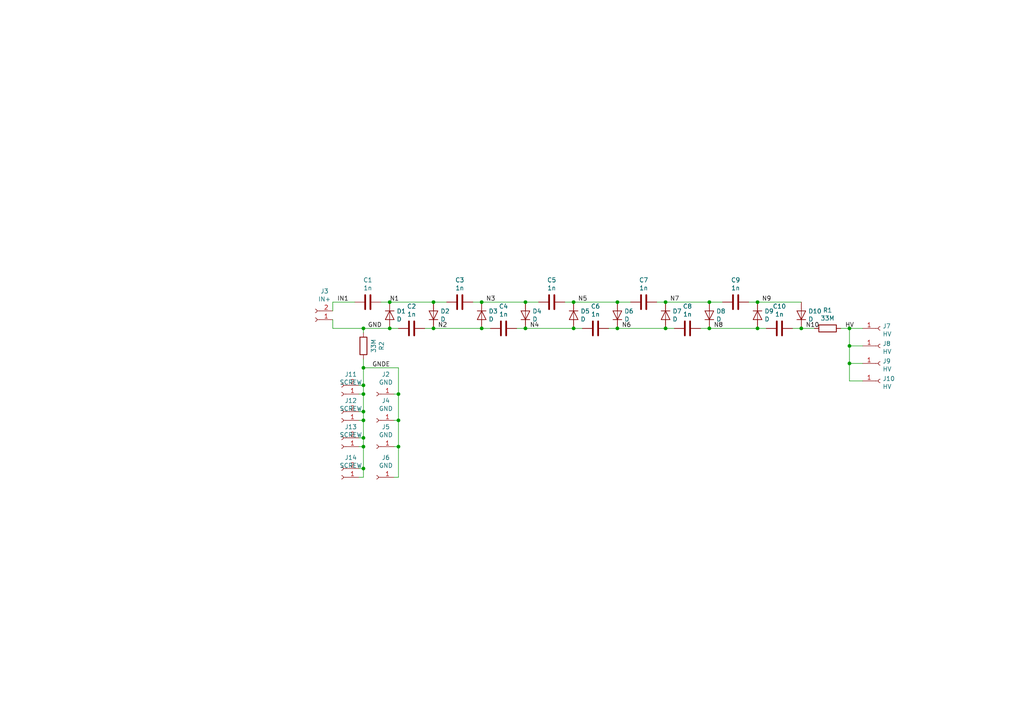
<source format=kicad_sch>
(kicad_sch (version 20211123) (generator eeschema)
  (paper "A4")
  (lib_symbols
    (symbol "Connector:Conn_01x01_Female" (pin_names (offset 1.016) hide)
      (property "Reference" "J" (at 0 2.54 0))
      (property "Value" "Conn_01x01_Female" (at 0 -2.54 0))
      (symbol "Conn_01x01_Female_1_1"
        (polyline (pts (xy -1.27 0) (xy -0.508 0)) (stroke (width 0.1524)))
        (arc (start 0 0.508) (mid -0.508 0) (end 0 -0.508) (stroke (width 0.1524)))
        (pin passive line (at -5.08 0 0) (length 3.81) (name "Pin_1") (number "1"))
      )
    )
    (symbol "Connector:Conn_01x02_Female" (pin_names (offset 1.016) hide)
      (property "Reference" "J" (at 0 2.54 0))
      (property "Value" "Conn_01x02_Female" (at 0 -5.08 0))
      (symbol "Conn_01x02_Female_1_1"
        (arc (start 0 -2.032) (mid -0.508 -2.54) (end 0 -3.048) (stroke (width 0.1524)))
        (polyline (pts (xy -1.27 -2.54) (xy -0.508 -2.54)) (stroke (width 0.1524)))
        (polyline (pts (xy -1.27 0) (xy -0.508 0)) (stroke (width 0.1524)))
        (arc (start 0 0.508) (mid -0.508 0) (end 0 -0.508) (stroke (width 0.1524)))
        (pin passive line (at -5.08 0 0) (length 3.81) (name "Pin_1") (number "1"))
        (pin passive line (at -5.08 -2.54 0) (length 3.81) (name "Pin_2") (number "2"))
      )
    )
    (symbol "Device:C" (pin_numbers hide) (pin_names (offset 0.254))
      (property "Reference" "C" (at 0.635 2.54 0))
      (property "Value" "C" (at 0.635 -2.54 0))
      (symbol "C_0_1"
        (polyline (pts (xy -2.032 -0.762) (xy 2.032 -0.762)) (stroke (width 0.508)))
        (polyline (pts (xy -2.032 0.762) (xy 2.032 0.762)) (stroke (width 0.508)))
      )
      (symbol "C_1_1"
        (pin passive line (at 0 3.81 270) (length 2.794) (name "~") (number "1"))
        (pin passive line (at 0 -3.81 90) (length 2.794) (name "~") (number "2"))
      )
    )
    (symbol "Device:D" (pin_numbers hide) (pin_names (offset 1.016) hide)
      (property "Reference" "D" (at 0 2.54 0))
      (property "Value" "D" (at 0 -2.54 0))
      (symbol "D_0_1"
        (polyline (pts (xy -1.27 1.27) (xy -1.27 -1.27)) (stroke (width 0.2032)))
        (polyline (pts (xy 1.27 0) (xy -1.27 0)))
        (polyline (pts (xy 1.27 1.27) (xy 1.27 -1.27) (xy -1.27 0) (xy 1.27 1.27)) (stroke (width 0.2032)))
      )
      (symbol "D_1_1"
        (pin passive line (at -3.81 0 0) (length 2.54) (name "K") (number "1"))
        (pin passive line (at 3.81 0 180) (length 2.54) (name "A") (number "2"))
      )
    )
    (symbol "Device:R" (pin_numbers hide) (pin_names (offset 0))
      (property "Reference" "R" (at 2.032 0 90))
      (property "Value" "R" (at 0 0 90))
      (symbol "R_0_1"
        (rectangle (start -1.016 -2.54) (end 1.016 2.54) (stroke (width 0.254)))
      )
      (symbol "R_1_1"
        (pin passive line (at 0 3.81 270) (length 1.27) (name "~") (number "1"))
        (pin passive line (at 0 -3.81 90) (length 1.27) (name "~") (number "2"))
      )
    )
  )
  (junction (at 152.4 87.63))
  (junction (at 179.07 87.63))
  (junction (at 152.4 95.25))
  (junction (at 166.37 87.63))
  (junction (at 105.41 121.92))
  (junction (at 105.41 95.25))
  (junction (at 166.37 95.25))
  (junction (at 105.41 114.3))
  (junction (at 113.03 87.63))
  (junction (at 105.41 127))
  (junction (at 125.73 87.63))
  (junction (at 193.04 87.63))
  (junction (at 232.41 95.25))
  (junction (at 105.41 119.38))
  (junction (at 219.71 95.25))
  (junction (at 205.74 95.25))
  (junction (at 125.73 95.25))
  (junction (at 139.7 87.63))
  (junction (at 105.41 129.54))
  (junction (at 105.41 135.89))
  (junction (at 246.38 95.25))
  (junction (at 115.57 129.54))
  (junction (at 113.03 95.25))
  (junction (at 179.07 95.25))
  (junction (at 246.38 105.41))
  (junction (at 246.38 100.33))
  (junction (at 219.71 87.63))
  (junction (at 105.41 106.68))
  (junction (at 205.74 87.63))
  (junction (at 105.41 111.76))
  (junction (at 115.57 121.92))
  (junction (at 115.57 114.3))
  (junction (at 193.04 95.25))
  (junction (at 139.7 95.25))
  (wire (pts (xy 114.3 121.92) (xy 115.57 121.92)))
  (wire (pts (xy 105.41 127) (xy 105.41 121.92)))
  (wire (pts (xy 115.57 95.25) (xy 113.03 95.25)))
  (wire (pts (xy 114.3 138.43) (xy 115.57 138.43)))
  (wire (pts (xy 205.74 95.25) (xy 203.2 95.25)))
  (wire (pts (xy 104.14 129.54) (xy 105.41 129.54)))
  (wire (pts (xy 205.74 95.25) (xy 219.71 95.25)))
  (wire (pts (xy 243.84 95.25) (xy 246.38 95.25)))
  (wire (pts (xy 168.91 95.25) (xy 166.37 95.25)))
  (wire (pts (xy 250.19 105.41) (xy 246.38 105.41)))
  (wire (pts (xy 152.4 87.63) (xy 156.21 87.63)))
  (wire (pts (xy 250.19 110.49) (xy 246.38 110.49)))
  (wire (pts (xy 115.57 114.3) (xy 115.57 121.92)))
  (wire (pts (xy 105.41 96.52) (xy 105.41 95.25)))
  (wire (pts (xy 246.38 110.49) (xy 246.38 105.41)))
  (wire (pts (xy 105.41 129.54) (xy 105.41 127)))
  (wire (pts (xy 246.38 105.41) (xy 246.38 100.33)))
  (wire (pts (xy 104.14 111.76) (xy 105.41 111.76)))
  (wire (pts (xy 115.57 106.68) (xy 115.57 114.3)))
  (wire (pts (xy 139.7 87.63) (xy 152.4 87.63)))
  (wire (pts (xy 195.58 95.25) (xy 193.04 95.25)))
  (wire (pts (xy 142.24 95.25) (xy 139.7 95.25)))
  (wire (pts (xy 236.22 95.25) (xy 232.41 95.25)))
  (wire (pts (xy 105.41 111.76) (xy 105.41 114.3)))
  (wire (pts (xy 115.57 129.54) (xy 115.57 138.43)))
  (wire (pts (xy 105.41 138.43) (xy 105.41 135.89)))
  (wire (pts (xy 250.19 100.33) (xy 246.38 100.33)))
  (wire (pts (xy 152.4 95.25) (xy 166.37 95.25)))
  (wire (pts (xy 232.41 95.25) (xy 229.87 95.25)))
  (wire (pts (xy 105.41 135.89) (xy 105.41 129.54)))
  (wire (pts (xy 96.52 92.71) (xy 96.52 95.25)))
  (wire (pts (xy 205.74 87.63) (xy 209.55 87.63)))
  (wire (pts (xy 125.73 95.25) (xy 123.19 95.25)))
  (wire (pts (xy 104.14 127) (xy 105.41 127)))
  (wire (pts (xy 104.14 138.43) (xy 105.41 138.43)))
  (wire (pts (xy 246.38 95.25) (xy 250.19 95.25)))
  (wire (pts (xy 105.41 121.92) (xy 105.41 119.38)))
  (wire (pts (xy 246.38 100.33) (xy 246.38 95.25)))
  (wire (pts (xy 163.83 87.63) (xy 166.37 87.63)))
  (wire (pts (xy 179.07 87.63) (xy 182.88 87.63)))
  (wire (pts (xy 96.52 95.25) (xy 105.41 95.25)))
  (wire (pts (xy 96.52 90.17) (xy 96.52 87.63)))
  (wire (pts (xy 104.14 114.3) (xy 105.41 114.3)))
  (wire (pts (xy 113.03 87.63) (xy 125.73 87.63)))
  (wire (pts (xy 137.16 87.63) (xy 139.7 87.63)))
  (wire (pts (xy 115.57 121.92) (xy 115.57 129.54)))
  (wire (pts (xy 104.14 135.89) (xy 105.41 135.89)))
  (wire (pts (xy 104.14 121.92) (xy 105.41 121.92)))
  (wire (pts (xy 217.17 87.63) (xy 219.71 87.63)))
  (wire (pts (xy 115.57 106.68) (xy 105.41 106.68)))
  (wire (pts (xy 222.25 95.25) (xy 219.71 95.25)))
  (wire (pts (xy 125.73 95.25) (xy 139.7 95.25)))
  (wire (pts (xy 114.3 129.54) (xy 115.57 129.54)))
  (wire (pts (xy 179.07 95.25) (xy 193.04 95.25)))
  (wire (pts (xy 125.73 87.63) (xy 129.54 87.63)))
  (wire (pts (xy 102.87 87.63) (xy 96.52 87.63)))
  (wire (pts (xy 105.41 106.68) (xy 105.41 111.76)))
  (wire (pts (xy 115.57 114.3) (xy 114.3 114.3)))
  (wire (pts (xy 104.14 119.38) (xy 105.41 119.38)))
  (wire (pts (xy 105.41 95.25) (xy 113.03 95.25)))
  (wire (pts (xy 105.41 104.14) (xy 105.41 106.68)))
  (wire (pts (xy 166.37 87.63) (xy 179.07 87.63)))
  (wire (pts (xy 152.4 95.25) (xy 149.86 95.25)))
  (wire (pts (xy 105.41 119.38) (xy 105.41 114.3)))
  (wire (pts (xy 110.49 87.63) (xy 113.03 87.63)))
  (wire (pts (xy 193.04 87.63) (xy 205.74 87.63)))
  (wire (pts (xy 219.71 87.63) (xy 232.41 87.63)))
  (wire (pts (xy 190.5 87.63) (xy 193.04 87.63)))
  (wire (pts (xy 179.07 95.25) (xy 176.53 95.25)))
  (label "N5" (at 167.64 87.63 0))
  (label "IN1" (at 97.79 87.63 0))
  (label "N8" (at 207.01 95.25 0))
  (label "N10" (at 233.68 95.25 0))
  (label "N2" (at 127 95.25 0))
  (label "N9" (at 220.98 87.63 0))
  (label "HV" (at 245.11 95.25 0))
  (label "N1" (at 113.03 87.63 0))
  (label "N7" (at 194.31 87.63 0))
  (label "N3" (at 140.97 87.63 0))
  (label "GND" (at 106.68 95.25 0))
  (label "N4" (at 153.67 95.25 0))
  (label "N6" (at 180.34 95.25 0))
  (label "GNDE" (at 107.95 106.68 0))
  (symbol (lib_id "Device:C") (at 106.68 87.63 270) (unit 1)
    (property "Reference" "C1" (at 106.68 81.2292 90))
    (property "Value" "1n" (at 106.68 83.5406 90))
    (property "Footprint" "Capacitor_SMD:C_1812_4532Metric" (effects hide))
  )
  (symbol (lib_id "Device:D") (at 113.03 91.44 270) (unit 1)
    (property "Reference" "D1" (at 115.0366 90.2716 90) (effects (justify left)))
    (property "Value" "D" (at 115.0366 92.583 90) (effects (justify left)))
    (property "Footprint" "otter:SMAF" (effects hide))
  )
  (symbol (lib_id "Device:R") (at 240.03 95.25 270) (unit 1)
    (property "Reference" "R1" (at 240.03 89.9922 90))
    (property "Value" "33M" (at 240.03 92.3036 90))
    (property "Footprint" "Resistor_SMD:R_2512_6332Metric" (effects hide))
  )
  (symbol (lib_id "Device:C") (at 119.38 95.25 270) (unit 1)
    (property "Reference" "C2" (at 119.38 88.8492 90))
    (property "Value" "1n" (at 119.38 91.1606 90))
    (property "Footprint" "Capacitor_SMD:C_1812_4532Metric" (effects hide))
  )
  (symbol (lib_id "Device:D") (at 125.73 91.44 90) (unit 1)
    (property "Reference" "D2" (at 127.7366 90.2716 90) (effects (justify right)))
    (property "Value" "D" (at 127.7366 92.583 90) (effects (justify right)))
    (property "Footprint" "otter:SMAF" (effects hide))
  )
  (symbol (lib_id "Device:C") (at 133.35 87.63 270) (unit 1)
    (property "Reference" "C3" (at 133.35 81.2292 90))
    (property "Value" "1n" (at 133.35 83.5406 90))
    (property "Footprint" "Capacitor_SMD:C_1812_4532Metric" (effects hide))
  )
  (symbol (lib_id "Device:D") (at 139.7 91.44 270) (unit 1)
    (property "Reference" "D3" (at 141.7066 90.2716 90) (effects (justify left)))
    (property "Value" "D" (at 141.7066 92.583 90) (effects (justify left)))
    (property "Footprint" "otter:SMAF" (effects hide))
  )
  (symbol (lib_id "Device:C") (at 146.05 95.25 270) (unit 1)
    (property "Reference" "C4" (at 146.05 88.8492 90))
    (property "Value" "1n" (at 146.05 91.1606 90))
    (property "Footprint" "Capacitor_SMD:C_1812_4532Metric" (effects hide))
  )
  (symbol (lib_id "Device:D") (at 152.4 91.44 90) (unit 1)
    (property "Reference" "D4" (at 154.4066 90.2716 90) (effects (justify right)))
    (property "Value" "D" (at 154.4066 92.583 90) (effects (justify right)))
    (property "Footprint" "otter:SMAF" (effects hide))
  )
  (symbol (lib_id "Device:C") (at 160.02 87.63 270) (unit 1)
    (property "Reference" "C5" (at 160.02 81.2292 90))
    (property "Value" "1n" (at 160.02 83.5406 90))
    (property "Footprint" "Capacitor_SMD:C_1812_4532Metric" (effects hide))
  )
  (symbol (lib_id "Device:D") (at 166.37 91.44 270) (unit 1)
    (property "Reference" "D5" (at 168.3766 90.2716 90) (effects (justify left)))
    (property "Value" "D" (at 168.3766 92.583 90) (effects (justify left)))
    (property "Footprint" "otter:SMAF" (effects hide))
  )
  (symbol (lib_id "Device:C") (at 172.72 95.25 270) (unit 1)
    (property "Reference" "C6" (at 172.72 88.8492 90))
    (property "Value" "1n" (at 172.72 91.1606 90))
    (property "Footprint" "Capacitor_SMD:C_1812_4532Metric" (effects hide))
  )
  (symbol (lib_id "Device:D") (at 179.07 91.44 90) (unit 1)
    (property "Reference" "D6" (at 181.0766 90.2716 90) (effects (justify right)))
    (property "Value" "D" (at 181.0766 92.583 90) (effects (justify right)))
    (property "Footprint" "otter:SMAF" (effects hide))
  )
  (symbol (lib_id "Device:C") (at 186.69 87.63 270) (unit 1)
    (property "Reference" "C7" (at 186.69 81.2292 90))
    (property "Value" "1n" (at 186.69 83.5406 90))
    (property "Footprint" "Capacitor_SMD:C_1812_4532Metric" (effects hide))
  )
  (symbol (lib_id "Device:D") (at 193.04 91.44 270) (unit 1)
    (property "Reference" "D7" (at 195.0466 90.2716 90) (effects (justify left)))
    (property "Value" "D" (at 195.0466 92.583 90) (effects (justify left)))
    (property "Footprint" "otter:SMAF" (effects hide))
  )
  (symbol (lib_id "Device:C") (at 199.39 95.25 270) (unit 1)
    (property "Reference" "C8" (at 199.39 88.8492 90))
    (property "Value" "1n" (at 199.39 91.1606 90))
    (property "Footprint" "Capacitor_SMD:C_1812_4532Metric" (effects hide))
  )
  (symbol (lib_id "Device:D") (at 205.74 91.44 90) (unit 1)
    (property "Reference" "D8" (at 207.7466 90.2716 90) (effects (justify right)))
    (property "Value" "D" (at 207.7466 92.583 90) (effects (justify right)))
    (property "Footprint" "otter:SMAF" (effects hide))
  )
  (symbol (lib_id "Device:C") (at 213.36 87.63 270) (unit 1)
    (property "Reference" "C9" (at 213.36 81.2292 90))
    (property "Value" "1n" (at 213.36 83.5406 90))
    (property "Footprint" "Capacitor_SMD:C_1812_4532Metric" (effects hide))
  )
  (symbol (lib_id "Device:D") (at 219.71 91.44 270) (unit 1)
    (property "Reference" "D9" (at 221.7166 90.2716 90) (effects (justify left)))
    (property "Value" "D" (at 221.7166 92.583 90) (effects (justify left)))
    (property "Footprint" "otter:SMAF" (effects hide))
  )
  (symbol (lib_id "Device:C") (at 226.06 95.25 270) (unit 1)
    (property "Reference" "C10" (at 226.06 88.8492 90))
    (property "Value" "1n" (at 226.06 91.1606 90))
    (property "Footprint" "Capacitor_SMD:C_1812_4532Metric" (effects hide))
  )
  (symbol (lib_id "Device:D") (at 232.41 91.44 90) (unit 1)
    (property "Reference" "D10" (at 234.4166 90.2716 90) (effects (justify right)))
    (property "Value" "D" (at 234.4166 92.583 90) (effects (justify right)))
    (property "Footprint" "otter:SMAF" (effects hide))
  )
  (symbol (lib_id "Connector:Conn_01x01_Female") (at 109.22 114.3 180) (unit 1)
    (property "Reference" "J2" (at 111.9124 108.585 0))
    (property "Value" "GND" (at 111.9124 110.8964 0))
    (property "Footprint" "otter:PAD7.5x12" (effects hide))
  )
  (symbol (lib_id "Connector:Conn_01x01_Female") (at 255.27 100.33 0) (unit 1)
    (property "Reference" "J8" (at 255.9812 99.6696 0) (effects (justify left)))
    (property "Value" "HV" (at 255.9812 101.981 0) (effects (justify left)))
    (property "Footprint" "otter:PAD7.5x12" (effects hide))
  )
  (symbol (lib_id "Connector:Conn_01x01_Female") (at 255.27 95.25 0) (unit 1)
    (property "Reference" "J7" (at 255.9812 94.5896 0) (effects (justify left)))
    (property "Value" "HV" (at 255.9812 96.901 0) (effects (justify left)))
    (property "Footprint" "otter:PAD7.5x12" (effects hide))
  )
  (symbol (lib_id "Connector:Conn_01x01_Female") (at 255.27 105.41 0) (unit 1)
    (property "Reference" "J9" (at 255.9812 104.7496 0) (effects (justify left)))
    (property "Value" "HV" (at 255.9812 107.061 0) (effects (justify left)))
    (property "Footprint" "otter:PAD7.5x12" (effects hide))
  )
  (symbol (lib_id "Connector:Conn_01x01_Female") (at 255.27 110.49 0) (unit 1)
    (property "Reference" "J10" (at 255.9812 109.8296 0) (effects (justify left)))
    (property "Value" "HV" (at 255.9812 112.141 0) (effects (justify left)))
    (property "Footprint" "otter:PAD7.5x12" (effects hide))
  )
  (symbol (lib_id "Connector:Conn_01x01_Female") (at 109.22 121.92 180) (unit 1)
    (property "Reference" "J4" (at 111.9124 116.205 0))
    (property "Value" "GND" (at 111.9124 118.5164 0))
    (property "Footprint" "otter:PAD7.5x12" (effects hide))
  )
  (symbol (lib_id "Connector:Conn_01x01_Female") (at 109.22 129.54 180) (unit 1)
    (property "Reference" "J5" (at 111.9124 123.825 0))
    (property "Value" "GND" (at 111.9124 126.1364 0))
    (property "Footprint" "otter:PAD7.5x12" (effects hide))
  )
  (symbol (lib_id "Connector:Conn_01x01_Female") (at 109.22 138.43 180) (unit 1)
    (property "Reference" "J6" (at 111.9124 132.715 0))
    (property "Value" "GND" (at 111.9124 135.0264 0))
    (property "Footprint" "otter:PAD7.5x12" (effects hide))
  )
  (symbol (lib_id "Connector:Conn_01x02_Female") (at 99.06 114.3 180) (unit 1)
    (property "Reference" "J11" (at 101.7524 108.585 0))
    (property "Value" "SCREW" (at 101.7524 110.8964 0))
    (property "Footprint" "otter:M3_Screw" (effects hide))
  )
  (symbol (lib_id "Connector:Conn_01x02_Female") (at 99.06 121.92 180) (unit 1)
    (property "Reference" "J12" (at 101.7524 116.205 0))
    (property "Value" "SCREW" (at 101.7524 118.5164 0))
    (property "Footprint" "otter:M3_Screw" (effects hide))
  )
  (symbol (lib_id "Connector:Conn_01x02_Female") (at 99.06 129.54 180) (unit 1)
    (property "Reference" "J13" (at 101.7524 123.825 0))
    (property "Value" "SCREW" (at 101.7524 126.1364 0))
    (property "Footprint" "otter:M3_Screw" (effects hide))
  )
  (symbol (lib_id "Connector:Conn_01x02_Female") (at 99.06 138.43 180) (unit 1)
    (property "Reference" "J14" (at 101.7524 132.715 0))
    (property "Value" "SCREW" (at 101.7524 135.0264 0))
    (property "Footprint" "otter:M3_Screw" (effects hide))
  )
  (symbol (lib_id "Device:R") (at 105.41 100.33 180) (unit 1)
    (property "Reference" "R2" (at 110.6678 100.33 90))
    (property "Value" "33M" (at 108.3564 100.33 90))
    (property "Footprint" "Resistor_SMD:R_2512_6332Metric" (effects hide))
  )
  (symbol (lib_id "Connector:Conn_01x02_Female") (at 91.44 92.71 180) (unit 1)
    (property "Reference" "J3" (at 94.1324 84.455 0))
    (property "Value" "IN+" (at 94.1324 86.7664 0))
    (property "Footprint" "otter:LED_Connector" (effects hide))
  )
)
</source>
